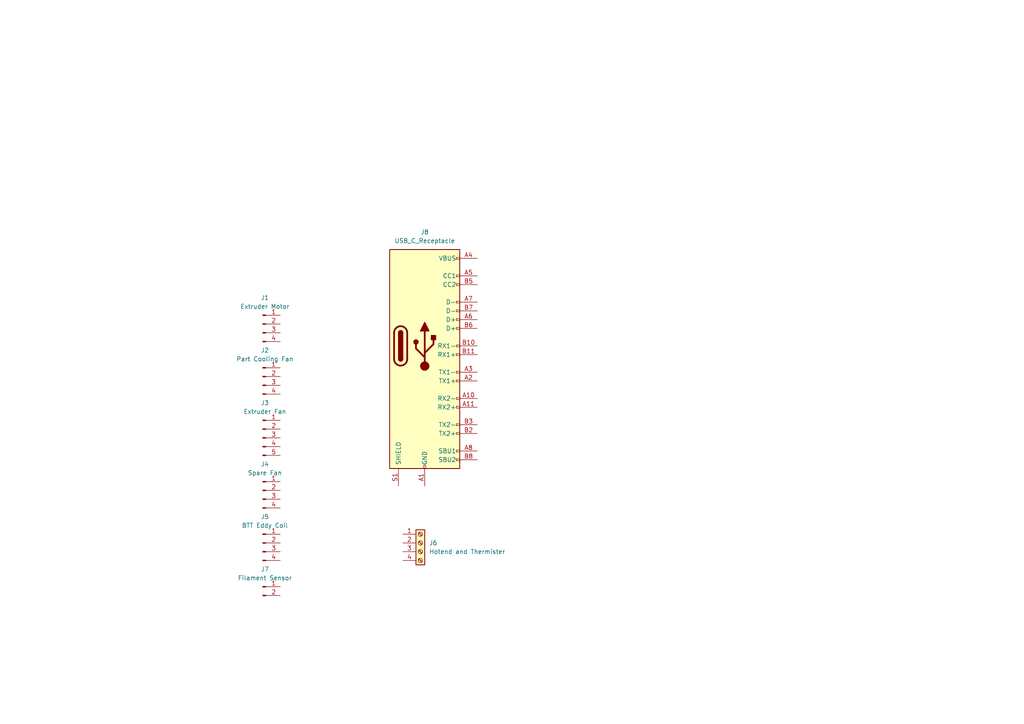
<source format=kicad_sch>
(kicad_sch (version 20250114) (generator "eeschema") (generator_version "9.0")
  (paper "A4")
  (lib_symbols
    (symbol "Connector:Conn_01x02_Pin" (pin_names (offset 1.016) (hide yes))
      (property "Reference" "J" (at 0 2.54 0))
      (property "Value" "Conn_01x02_Pin" (at 0 -5.08 0))
      (symbol "Conn_01x02_Pin_1_1"
        (rectangle (start 0.8636 0.127) (end 0 -0.127) (stroke (width 0.1524)) (fill (type outline)))
        (rectangle (start 0.8636 -2.413) (end 0 -2.667) (stroke (width 0.1524)) (fill (type outline)))
        (polyline (pts (xy 1.27 0) (xy 0.8636 0)) (stroke (width 0.1524)))
        (polyline (pts (xy 1.27 -2.54) (xy 0.8636 -2.54)) (stroke (width 0.1524)))
        (pin passive line (at 5.08 0 180) (length 3.81) (name "Pin_1") (number "1"))
        (pin passive line (at 5.08 -2.54 180) (length 3.81) (name "Pin_2") (number "2"))
      )
    )
    (symbol "Connector:Conn_01x04_Pin" (pin_names (offset 1.016) (hide yes))
      (property "Reference" "J" (at 0 5.08 0))
      (property "Value" "Conn_01x04_Pin" (at 0 -7.62 0))
      (symbol "Conn_01x04_Pin_1_1"
        (rectangle (start 0.8636 2.667) (end 0 2.413) (stroke (width 0.1524)) (fill (type outline)))
        (rectangle (start 0.8636 0.127) (end 0 -0.127) (stroke (width 0.1524)) (fill (type outline)))
        (rectangle (start 0.8636 -2.413) (end 0 -2.667) (stroke (width 0.1524)) (fill (type outline)))
        (rectangle (start 0.8636 -4.953) (end 0 -5.207) (stroke (width 0.1524)) (fill (type outline)))
        (polyline (pts (xy 1.27 2.54) (xy 0.8636 2.54)) (stroke (width 0.1524)))
        (polyline (pts (xy 1.27 0) (xy 0.8636 0)) (stroke (width 0.1524)))
        (polyline (pts (xy 1.27 -2.54) (xy 0.8636 -2.54)) (stroke (width 0.1524)))
        (polyline (pts (xy 1.27 -5.08) (xy 0.8636 -5.08)) (stroke (width 0.1524)))
        (pin passive line (at 5.08 2.54 180) (length 3.81) (name "Pin_1") (number "1"))
        (pin passive line (at 5.08 0 180) (length 3.81) (name "Pin_2") (number "2"))
        (pin passive line (at 5.08 -2.54 180) (length 3.81) (name "Pin_3") (number "3"))
        (pin passive line (at 5.08 -5.08 180) (length 3.81) (name "Pin_4") (number "4"))
      )
    )
    (symbol "Connector:Conn_01x05_Pin" (pin_names (offset 1.016) (hide yes))
      (property "Reference" "J" (at 0 7.62 0))
      (property "Value" "Conn_01x05_Pin" (at 0 -7.62 0))
      (symbol "Conn_01x05_Pin_1_1"
        (rectangle (start 0.8636 5.207) (end 0 4.953) (stroke (width 0.1524)) (fill (type outline)))
        (rectangle (start 0.8636 2.667) (end 0 2.413) (stroke (width 0.1524)) (fill (type outline)))
        (rectangle (start 0.8636 0.127) (end 0 -0.127) (stroke (width 0.1524)) (fill (type outline)))
        (rectangle (start 0.8636 -2.413) (end 0 -2.667) (stroke (width 0.1524)) (fill (type outline)))
        (rectangle (start 0.8636 -4.953) (end 0 -5.207) (stroke (width 0.1524)) (fill (type outline)))
        (polyline (pts (xy 1.27 5.08) (xy 0.8636 5.08)) (stroke (width 0.1524)))
        (polyline (pts (xy 1.27 2.54) (xy 0.8636 2.54)) (stroke (width 0.1524)))
        (polyline (pts (xy 1.27 0) (xy 0.8636 0)) (stroke (width 0.1524)))
        (polyline (pts (xy 1.27 -2.54) (xy 0.8636 -2.54)) (stroke (width 0.1524)))
        (polyline (pts (xy 1.27 -5.08) (xy 0.8636 -5.08)) (stroke (width 0.1524)))
        (pin passive line (at 5.08 5.08 180) (length 3.81) (name "Pin_1") (number "1"))
        (pin passive line (at 5.08 2.54 180) (length 3.81) (name "Pin_2") (number "2"))
        (pin passive line (at 5.08 0 180) (length 3.81) (name "Pin_3") (number "3"))
        (pin passive line (at 5.08 -2.54 180) (length 3.81) (name "Pin_4") (number "4"))
        (pin passive line (at 5.08 -5.08 180) (length 3.81) (name "Pin_5") (number "5"))
      )
    )
    (symbol "Connector:Screw_Terminal_01x04" (pin_names (offset 1.016) (hide yes))
      (property "Reference" "J" (at 0 5.08 0))
      (property "Value" "Screw_Terminal_01x04" (at 0 -7.62 0))
      (symbol "Screw_Terminal_01x04_1_1"
        (rectangle (start -1.27 3.81) (end 1.27 -6.35) (stroke (width 0.254)) (fill (type background)))
        (polyline (pts (xy -0.5334 2.8702) (xy 0.3302 2.032)) (stroke (width 0.1524)))
        (polyline (pts (xy -0.5334 0.3302) (xy 0.3302 -0.508)) (stroke (width 0.1524)))
        (polyline (pts (xy -0.5334 -2.2098) (xy 0.3302 -3.048)) (stroke (width 0.1524)))
        (polyline (pts (xy -0.5334 -4.7498) (xy 0.3302 -5.588)) (stroke (width 0.1524)))
        (polyline (pts (xy -0.3556 3.048) (xy 0.508 2.2098)) (stroke (width 0.1524)))
        (polyline (pts (xy -0.3556 0.508) (xy 0.508 -0.3302)) (stroke (width 0.1524)))
        (polyline (pts (xy -0.3556 -2.032) (xy 0.508 -2.8702)) (stroke (width 0.1524)))
        (polyline (pts (xy -0.3556 -4.572) (xy 0.508 -5.4102)) (stroke (width 0.1524)))
        (circle (center 0 2.54) (radius 0.635) (stroke (width 0.1524)))
        (circle (center 0 0) (radius 0.635) (stroke (width 0.1524)))
        (circle (center 0 -2.54) (radius 0.635) (stroke (width 0.1524)))
        (circle (center 0 -5.08) (radius 0.635) (stroke (width 0.1524)))
        (pin passive line (at -5.08 2.54 0) (length 3.81) (name "Pin_1") (number "1"))
        (pin passive line (at -5.08 0 0) (length 3.81) (name "Pin_2") (number "2"))
        (pin passive line (at -5.08 -2.54 0) (length 3.81) (name "Pin_3") (number "3"))
        (pin passive line (at -5.08 -5.08 0) (length 3.81) (name "Pin_4") (number "4"))
      )
    )
    (symbol "Connector:USB_C_Receptacle" (pin_names (offset 1.016))
      (property "Reference" "J" (at -10.16 29.21 0))
      (property "Value" "USB_C_Receptacle" (at 10.16 29.21 0))
      (symbol "USB_C_Receptacle_0_0"
        (rectangle (start -0.254 -35.56) (end 0.254 -34.544))
        (rectangle (start 10.16 25.654) (end 9.144 25.146))
        (rectangle (start 10.16 20.574) (end 9.144 20.066))
        (rectangle (start 10.16 18.034) (end 9.144 17.526))
        (rectangle (start 10.16 12.954) (end 9.144 12.446))
        (rectangle (start 10.16 10.414) (end 9.144 9.906))
        (rectangle (start 10.16 7.874) (end 9.144 7.366))
        (rectangle (start 10.16 5.334) (end 9.144 4.826))
        (rectangle (start 10.16 0.254) (end 9.144 -0.254))
        (rectangle (start 10.16 -2.286) (end 9.144 -2.794))
        (rectangle (start 10.16 -7.366) (end 9.144 -7.874))
        (rectangle (start 10.16 -9.906) (end 9.144 -10.414))
        (rectangle (start 10.16 -14.986) (end 9.144 -15.494))
        (rectangle (start 10.16 -17.526) (end 9.144 -18.034))
        (rectangle (start 10.16 -22.606) (end 9.144 -23.114))
        (rectangle (start 10.16 -25.146) (end 9.144 -25.654))
        (rectangle (start 10.16 -30.226) (end 9.144 -30.734))
        (rectangle (start 10.16 -32.766) (end 9.144 -33.274))
      )
      (symbol "USB_C_Receptacle_0_1"
        (rectangle (start -10.16 27.94) (end 10.16 -35.56) (stroke (width 0.254)) (fill (type background)))
        (polyline (pts (xy -8.89 -3.81) (xy -8.89 3.81)) (stroke (width 0.508)))
        (rectangle (start -7.62 -3.81) (end -6.35 3.81) (stroke (width 0.254)) (fill (type outline)))
        (arc (start -7.62 3.81) (mid -6.985 4.4423) (end -6.35 3.81) (stroke (width 0.254)))
        (arc (start -7.62 3.81) (mid -6.985 4.4423) (end -6.35 3.81) (stroke (width 0.254)) (fill (type outline)))
        (arc (start -8.89 3.81) (mid -6.985 5.7067) (end -5.08 3.81) (stroke (width 0.508)))
        (arc (start -5.08 -3.81) (mid -6.985 -5.7067) (end -8.89 -3.81) (stroke (width 0.508)))
        (arc (start -6.35 -3.81) (mid -6.985 -4.4423) (end -7.62 -3.81) (stroke (width 0.254)))
        (arc (start -6.35 -3.81) (mid -6.985 -4.4423) (end -7.62 -3.81) (stroke (width 0.254)) (fill (type outline)))
        (polyline (pts (xy -5.08 3.81) (xy -5.08 -3.81)) (stroke (width 0.508)))
      )
      (symbol "USB_C_Receptacle_1_1"
        (circle (center -2.54 1.143) (radius 0.635) (stroke (width 0.254)) (fill (type outline)))
        (polyline (pts (xy -1.27 4.318) (xy 0 6.858) (xy 1.27 4.318) (xy -1.27 4.318)) (stroke (width 0.254)) (fill (type outline)))
        (polyline (pts (xy 0 -2.032) (xy 2.54 0.508) (xy 2.54 1.778)) (stroke (width 0.508)))
        (polyline (pts (xy 0 -3.302) (xy -2.54 -0.762) (xy -2.54 0.508)) (stroke (width 0.508)))
        (polyline (pts (xy 0 -5.842) (xy 0 4.318)) (stroke (width 0.508)))
        (circle (center 0 -5.842) (radius 1.27) (fill (type outline)))
        (rectangle (start 1.905 1.778) (end 3.175 3.048) (stroke (width 0.254)) (fill (type outline)))
        (pin passive line (at -7.62 -40.64 90) (length 5.08) (name "SHIELD") (number "S1"))
        (pin passive line (at 0 -40.64 90) (length 5.08) (name "GND") (number "A1"))
        (pin passive line (at 0 -40.64 90) (length 5.08) (hide yes) (name "GND") (number "A12"))
        (pin passive line (at 0 -40.64 90) (length 5.08) (hide yes) (name "GND") (number "B1"))
        (pin passive line (at 0 -40.64 90) (length 5.08) (hide yes) (name "GND") (number "B12"))
        (pin passive line (at 15.24 25.4 180) (length 5.08) (name "VBUS") (number "A4"))
        (pin passive line (at 15.24 25.4 180) (length 5.08) (hide yes) (name "VBUS") (number "A9"))
        (pin passive line (at 15.24 25.4 180) (length 5.08) (hide yes) (name "VBUS") (number "B4"))
        (pin passive line (at 15.24 25.4 180) (length 5.08) (hide yes) (name "VBUS") (number "B9"))
        (pin bidirectional line (at 15.24 20.32 180) (length 5.08) (name "CC1") (number "A5"))
        (pin bidirectional line (at 15.24 17.78 180) (length 5.08) (name "CC2") (number "B5"))
        (pin bidirectional line (at 15.24 12.7 180) (length 5.08) (name "D-") (number "A7"))
        (pin bidirectional line (at 15.24 10.16 180) (length 5.08) (name "D-") (number "B7"))
        (pin bidirectional line (at 15.24 7.62 180) (length 5.08) (name "D+") (number "A6"))
        (pin bidirectional line (at 15.24 5.08 180) (length 5.08) (name "D+") (number "B6"))
        (pin bidirectional line (at 15.24 0 180) (length 5.08) (name "RX1-") (number "B10"))
        (pin bidirectional line (at 15.24 -2.54 180) (length 5.08) (name "RX1+") (number "B11"))
        (pin bidirectional line (at 15.24 -7.62 180) (length 5.08) (name "TX1-") (number "A3"))
        (pin bidirectional line (at 15.24 -10.16 180) (length 5.08) (name "TX1+") (number "A2"))
        (pin bidirectional line (at 15.24 -15.24 180) (length 5.08) (name "RX2-") (number "A10"))
        (pin bidirectional line (at 15.24 -17.78 180) (length 5.08) (name "RX2+") (number "A11"))
        (pin bidirectional line (at 15.24 -22.86 180) (length 5.08) (name "TX2-") (number "B3"))
        (pin bidirectional line (at 15.24 -25.4 180) (length 5.08) (name "TX2+") (number "B2"))
        (pin bidirectional line (at 15.24 -30.48 180) (length 5.08) (name "SBU1") (number "A8"))
        (pin bidirectional line (at 15.24 -33.02 180) (length 5.08) (name "SBU2") (number "B8"))
      )
    )
  )
  (symbol (lib_id "Connector:USB_C_Receptacle") (at 123.19 100.33 0) (unit 1)
    (property "Reference" "J8" (at 123.19 67.31 0))
    (property "Value" "USB_C_Receptacle" (at 123.19 69.85 0))
    (property "Footprint" "Connector_USB:USB_C_Receptacle_Amphenol_124019772112A" (effects (hide yes)))
    (property "Datasheet" "https://www.usb.org/sites/default/files/documents/usb_type-c.zip" (effects (hide yes)))
    (property "Description" "USB Full-Featured Type-C Receptacle connector" (effects (hide yes)))
  )
  (symbol (lib_id "Connector:Conn_01x05_Pin") (at 76.2 127 0) (unit 1)
    (property "Reference" "J3" (at 76.835 116.84 0))
    (property "Value" "Extruder Fan" (at 76.835 119.38 0))
    (property "Footprint" "Connector_JST:JST_XH_B5B-XH-AM_1x05_P2.50mm_Vertical" (effects (hide yes)))
    (property "Description" "Generic connector, single row, 01x05, script generated" (effects (hide yes)))
  )
  (symbol (lib_id "Connector:Conn_01x04_Pin") (at 76.2 142.24 0) (unit 1)
    (property "Reference" "J4" (at 76.835 134.62 0))
    (property "Value" "Spare Fan" (at 76.835 137.16 0))
    (property "Footprint" "Connector_JST:JST_XH_B4B-XH-AM_1x04_P2.50mm_Vertical" (effects (hide yes)))
    (property "Description" "Generic connector, single row, 01x04, script generated" (effects (hide yes)))
  )
  (symbol (lib_id "Connector:Conn_01x04_Pin") (at 76.2 157.48 0) (unit 1)
    (property "Reference" "J5" (at 76.835 149.86 0))
    (property "Value" "BTT Eddy Coil" (at 76.835 152.4 0))
    (property "Footprint" "Connector_JST:JST_XH_B4B-XH-AM_1x04_P2.50mm_Vertical" (effects (hide yes)))
    (property "Description" "Generic connector, single row, 01x04, script generated" (effects (hide yes)))
  )
  (symbol (lib_id "Connector:Screw_Terminal_01x04") (at 121.92 157.48 0) (unit 1)
    (property "Reference" "J6" (at 124.46 157.4799 0) (effects (justify left)))
    (property "Value" "Hotend and Thermister" (at 124.46 160.0199 0) (effects (justify left)))
    (property "Footprint" "Connector_PinHeader_2.54mm:PinHeader_1x04_P2.54mm_Vertical" (effects (hide yes)))
    (property "Description" "Generic screw terminal, single row, 01x04, script generated (kicad-library-utils/schlib/autogen/connector/)" (effects (hide yes)))
  )
  (symbol (lib_id "Connector:Conn_01x02_Pin") (at 76.2 170.18 0) (unit 1)
    (property "Reference" "J7" (at 76.835 165.1 0))
    (property "Value" "Filament Sensor" (at 76.835 167.64 0))
    (property "Footprint" "Connector_PinHeader_2.54mm:PinHeader_1x02_P2.54mm_Vertical" (effects (hide yes)))
    (property "Description" "Generic connector, single row, 01x02, script generated" (effects (hide yes)))
  )
  (symbol (lib_id "Connector:Conn_01x04_Pin") (at 76.2 93.98 0) (unit 1)
    (property "Reference" "J1" (at 76.835 86.36 0))
    (property "Value" "Extruder Motor" (at 76.835 88.9 0))
    (property "Footprint" "Connector_JST:JST_XH_B4B-XH-AM_1x04_P2.50mm_Vertical" (effects (hide yes)))
    (property "Description" "Generic connector, single row, 01x04, script generated" (effects (hide yes)))
  )
  (symbol (lib_id "Connector:Conn_01x04_Pin") (at 76.2 109.22 0) (unit 1)
    (property "Reference" "J2" (at 76.835 101.6 0))
    (property "Value" "Part Cooling Fan" (at 76.835 104.14 0))
    (property "Footprint" "Connector_JST:JST_XH_B4B-XH-AM_1x04_P2.50mm_Vertical" (effects (hide yes)))
    (property "Description" "Generic connector, single row, 01x04, script generated" (effects (hide yes)))
  )
)
</source>
